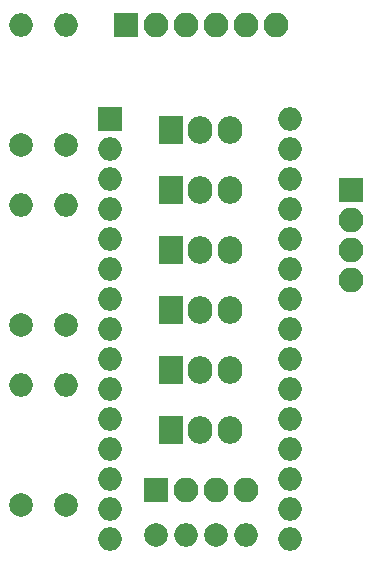
<source format=gbr>
G04 #@! TF.GenerationSoftware,KiCad,Pcbnew,(5.0.0-3-g5ebb6b6)*
G04 #@! TF.CreationDate,2019-02-02T18:47:35+01:00*
G04 #@! TF.ProjectId,tt_nano_HAT,74745F6E616E6F5F4841542E6B696361,rev?*
G04 #@! TF.SameCoordinates,Original*
G04 #@! TF.FileFunction,Soldermask,Top*
G04 #@! TF.FilePolarity,Negative*
%FSLAX46Y46*%
G04 Gerber Fmt 4.6, Leading zero omitted, Abs format (unit mm)*
G04 Created by KiCad (PCBNEW (5.0.0-3-g5ebb6b6)) date Saturday, 02. February 2019 um 18:47:35*
%MOMM*%
%LPD*%
G01*
G04 APERTURE LIST*
%ADD10R,2.000000X2.000000*%
%ADD11O,2.000000X2.000000*%
%ADD12C,2.000000*%
%ADD13R,2.100000X2.100000*%
%ADD14O,2.100000X2.100000*%
%ADD15O,2.100000X2.350000*%
%ADD16R,2.100000X2.350000*%
G04 APERTURE END LIST*
D10*
G04 #@! TO.C,A1*
X162530000Y-53615001D03*
D11*
X177770000Y-86635001D03*
X162530000Y-56155001D03*
X177770000Y-84095001D03*
X162530000Y-58695001D03*
X177770000Y-81555001D03*
X162530000Y-61235001D03*
X177770000Y-79015001D03*
X162530000Y-63775001D03*
X177770000Y-76475001D03*
X162530000Y-66315001D03*
X177770000Y-73935001D03*
X162530000Y-68855001D03*
X177770000Y-71395001D03*
X162530000Y-71395001D03*
X177770000Y-68855001D03*
X162530000Y-73935001D03*
X177770000Y-66315001D03*
X162530000Y-76475001D03*
X177770000Y-63775001D03*
X162530000Y-79015001D03*
X177770000Y-61235001D03*
X162530000Y-81555001D03*
X177770000Y-58695001D03*
X162530000Y-84095001D03*
X177770000Y-56155001D03*
X162530000Y-86635001D03*
X177770000Y-53615001D03*
X162530000Y-89175001D03*
X177770000Y-89175001D03*
G04 #@! TD*
G04 #@! TO.C,D4*
X154940000Y-45720000D03*
D12*
X154940000Y-55880000D03*
G04 #@! TD*
D13*
G04 #@! TO.C,J2*
X163830000Y-45720000D03*
D14*
X166370000Y-45720000D03*
X168910000Y-45720000D03*
X171450000Y-45720000D03*
X173990000Y-45720000D03*
X176530000Y-45720000D03*
G04 #@! TD*
D13*
G04 #@! TO.C,J3*
X182880000Y-59690000D03*
D14*
X182880000Y-62230000D03*
X182880000Y-64770000D03*
X182880000Y-67310000D03*
G04 #@! TD*
D15*
G04 #@! TO.C,J4*
X172640000Y-80010000D03*
X170140000Y-80010000D03*
D16*
X167640000Y-80010000D03*
G04 #@! TD*
G04 #@! TO.C,J5*
X167640000Y-74930000D03*
D15*
X170140000Y-74930000D03*
X172640000Y-74930000D03*
G04 #@! TD*
G04 #@! TO.C,J6*
X172640000Y-69850000D03*
X170140000Y-69850000D03*
D16*
X167640000Y-69850000D03*
G04 #@! TD*
G04 #@! TO.C,J7*
X167640000Y-64770000D03*
D15*
X170140000Y-64770000D03*
X172640000Y-64770000D03*
G04 #@! TD*
G04 #@! TO.C,J8*
X172640000Y-59690000D03*
X170140000Y-59690000D03*
D16*
X167640000Y-59690000D03*
G04 #@! TD*
G04 #@! TO.C,J9*
X167640000Y-54610000D03*
D15*
X170140000Y-54610000D03*
X172640000Y-54610000D03*
G04 #@! TD*
D12*
G04 #@! TO.C,D3*
X158750000Y-55880000D03*
D11*
X158750000Y-45720000D03*
G04 #@! TD*
D12*
G04 #@! TO.C,D5*
X158750000Y-71120000D03*
D11*
X158750000Y-60960000D03*
G04 #@! TD*
G04 #@! TO.C,D6*
X154940000Y-60960000D03*
D12*
X154940000Y-71120000D03*
G04 #@! TD*
G04 #@! TO.C,D7*
X158750000Y-86360000D03*
D11*
X158750000Y-76200000D03*
G04 #@! TD*
G04 #@! TO.C,D8*
X154940000Y-76200000D03*
D12*
X154940000Y-86360000D03*
G04 #@! TD*
D13*
G04 #@! TO.C,J1*
X166370000Y-85090000D03*
D14*
X168910000Y-85090000D03*
X171450000Y-85090000D03*
X173990000Y-85090000D03*
G04 #@! TD*
D12*
G04 #@! TO.C,D12*
X166370000Y-88900000D03*
D11*
X168910000Y-88900000D03*
G04 #@! TD*
G04 #@! TO.C,D13*
X173990000Y-88900000D03*
D12*
X171450000Y-88900000D03*
G04 #@! TD*
M02*

</source>
